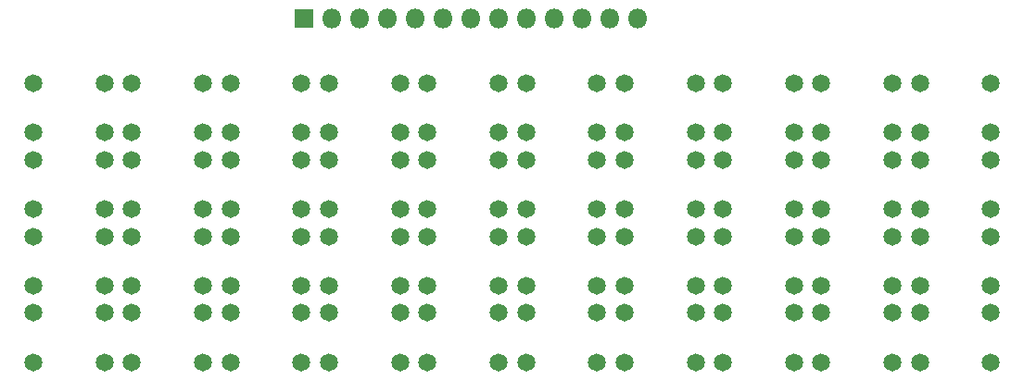
<source format=gbr>
%TF.GenerationSoftware,KiCad,Pcbnew,(5.1.6)-1*%
%TF.CreationDate,2020-09-22T22:21:25+03:00*%
%TF.ProjectId,ZX Keyboard_buttons,5a58204b-6579-4626-9f61-72645f627574,rev?*%
%TF.SameCoordinates,Original*%
%TF.FileFunction,Soldermask,Bot*%
%TF.FilePolarity,Negative*%
%FSLAX46Y46*%
G04 Gerber Fmt 4.6, Leading zero omitted, Abs format (unit mm)*
G04 Created by KiCad (PCBNEW (5.1.6)-1) date 2020-09-22 22:21:25*
%MOMM*%
%LPD*%
G01*
G04 APERTURE LIST*
%ADD10C,1.640000*%
%ADD11O,1.800000X1.800000*%
%ADD12R,1.800000X1.800000*%
G04 APERTURE END LIST*
D10*
%TO.C,S4*%
X69500000Y-109500000D03*
X63000000Y-109500000D03*
X69500000Y-105000000D03*
X63000000Y-105000000D03*
%TD*%
%TO.C,S5*%
X78500000Y-109500000D03*
X72000000Y-109500000D03*
X78500000Y-105000000D03*
X72000000Y-105000000D03*
%TD*%
D11*
%TO.C,J1*%
X91186000Y-99060000D03*
X88646000Y-99060000D03*
X86106000Y-99060000D03*
X83566000Y-99060000D03*
X81026000Y-99060000D03*
X78486000Y-99060000D03*
X75946000Y-99060000D03*
X73406000Y-99060000D03*
X70866000Y-99060000D03*
X68326000Y-99060000D03*
X65786000Y-99060000D03*
X63246000Y-99060000D03*
D12*
X60706000Y-99060000D03*
%TD*%
D10*
%TO.C,S40*%
X123500000Y-130500000D03*
X117000000Y-130500000D03*
X123500000Y-126000000D03*
X117000000Y-126000000D03*
%TD*%
%TO.C,S39*%
X114500000Y-130500000D03*
X108000000Y-130500000D03*
X114500000Y-126000000D03*
X108000000Y-126000000D03*
%TD*%
%TO.C,S38*%
X105500000Y-130500000D03*
X99000000Y-130500000D03*
X105500000Y-126000000D03*
X99000000Y-126000000D03*
%TD*%
%TO.C,S37*%
X96500000Y-130500000D03*
X90000000Y-130500000D03*
X96500000Y-126000000D03*
X90000000Y-126000000D03*
%TD*%
%TO.C,S36*%
X87500000Y-130500000D03*
X81000000Y-130500000D03*
X87500000Y-126000000D03*
X81000000Y-126000000D03*
%TD*%
%TO.C,S35*%
X78500000Y-130500000D03*
X72000000Y-130500000D03*
X78500000Y-126000000D03*
X72000000Y-126000000D03*
%TD*%
%TO.C,S34*%
X69500000Y-130500000D03*
X63000000Y-130500000D03*
X69500000Y-126000000D03*
X63000000Y-126000000D03*
%TD*%
%TO.C,S33*%
X60500000Y-130500000D03*
X54000000Y-130500000D03*
X60500000Y-126000000D03*
X54000000Y-126000000D03*
%TD*%
%TO.C,S32*%
X51500000Y-130500000D03*
X45000000Y-130500000D03*
X51500000Y-126000000D03*
X45000000Y-126000000D03*
%TD*%
%TO.C,S31*%
X42500000Y-130500000D03*
X36000000Y-130500000D03*
X42500000Y-126000000D03*
X36000000Y-126000000D03*
%TD*%
%TO.C,S30*%
X123500000Y-123500000D03*
X117000000Y-123500000D03*
X123500000Y-119000000D03*
X117000000Y-119000000D03*
%TD*%
%TO.C,S29*%
X114500000Y-123500000D03*
X108000000Y-123500000D03*
X114500000Y-119000000D03*
X108000000Y-119000000D03*
%TD*%
%TO.C,S28*%
X105500000Y-123500000D03*
X99000000Y-123500000D03*
X105500000Y-119000000D03*
X99000000Y-119000000D03*
%TD*%
%TO.C,S27*%
X96500000Y-123500000D03*
X90000000Y-123500000D03*
X96500000Y-119000000D03*
X90000000Y-119000000D03*
%TD*%
%TO.C,S26*%
X87500000Y-123500000D03*
X81000000Y-123500000D03*
X87500000Y-119000000D03*
X81000000Y-119000000D03*
%TD*%
%TO.C,S25*%
X78500000Y-123500000D03*
X72000000Y-123500000D03*
X78500000Y-119000000D03*
X72000000Y-119000000D03*
%TD*%
%TO.C,S24*%
X69500000Y-123500000D03*
X63000000Y-123500000D03*
X69500000Y-119000000D03*
X63000000Y-119000000D03*
%TD*%
%TO.C,S23*%
X60500000Y-123500000D03*
X54000000Y-123500000D03*
X60500000Y-119000000D03*
X54000000Y-119000000D03*
%TD*%
%TO.C,S22*%
X51500000Y-123500000D03*
X45000000Y-123500000D03*
X51500000Y-119000000D03*
X45000000Y-119000000D03*
%TD*%
%TO.C,S21*%
X42500000Y-123500000D03*
X36000000Y-123500000D03*
X42500000Y-119000000D03*
X36000000Y-119000000D03*
%TD*%
%TO.C,S20*%
X123500000Y-116500000D03*
X117000000Y-116500000D03*
X123500000Y-112000000D03*
X117000000Y-112000000D03*
%TD*%
%TO.C,S19*%
X114500000Y-116500000D03*
X108000000Y-116500000D03*
X114500000Y-112000000D03*
X108000000Y-112000000D03*
%TD*%
%TO.C,S18*%
X105500000Y-116500000D03*
X99000000Y-116500000D03*
X105500000Y-112000000D03*
X99000000Y-112000000D03*
%TD*%
%TO.C,S17*%
X96500000Y-116500000D03*
X90000000Y-116500000D03*
X96500000Y-112000000D03*
X90000000Y-112000000D03*
%TD*%
%TO.C,S16*%
X87500000Y-116500000D03*
X81000000Y-116500000D03*
X87500000Y-112000000D03*
X81000000Y-112000000D03*
%TD*%
%TO.C,S15*%
X78500000Y-116500000D03*
X72000000Y-116500000D03*
X78500000Y-112000000D03*
X72000000Y-112000000D03*
%TD*%
%TO.C,S14*%
X69500000Y-116500000D03*
X63000000Y-116500000D03*
X69500000Y-112000000D03*
X63000000Y-112000000D03*
%TD*%
%TO.C,S13*%
X60500000Y-116500000D03*
X54000000Y-116500000D03*
X60500000Y-112000000D03*
X54000000Y-112000000D03*
%TD*%
%TO.C,S12*%
X51500000Y-116500000D03*
X45000000Y-116500000D03*
X51500000Y-112000000D03*
X45000000Y-112000000D03*
%TD*%
%TO.C,S11*%
X42500000Y-116500000D03*
X36000000Y-116500000D03*
X42500000Y-112000000D03*
X36000000Y-112000000D03*
%TD*%
%TO.C,S10*%
X123500000Y-109500000D03*
X117000000Y-109500000D03*
X123500000Y-105000000D03*
X117000000Y-105000000D03*
%TD*%
%TO.C,S9*%
X114500000Y-109500000D03*
X108000000Y-109500000D03*
X114500000Y-105000000D03*
X108000000Y-105000000D03*
%TD*%
%TO.C,S8*%
X105500000Y-109500000D03*
X99000000Y-109500000D03*
X105500000Y-105000000D03*
X99000000Y-105000000D03*
%TD*%
%TO.C,S7*%
X96500000Y-109500000D03*
X90000000Y-109500000D03*
X96500000Y-105000000D03*
X90000000Y-105000000D03*
%TD*%
%TO.C,S6*%
X87500000Y-109500000D03*
X81000000Y-109500000D03*
X87500000Y-105000000D03*
X81000000Y-105000000D03*
%TD*%
%TO.C,S3*%
X60500000Y-109500000D03*
X54000000Y-109500000D03*
X60500000Y-105000000D03*
X54000000Y-105000000D03*
%TD*%
%TO.C,S2*%
X51500000Y-109500000D03*
X45000000Y-109500000D03*
X51500000Y-105000000D03*
X45000000Y-105000000D03*
%TD*%
%TO.C,S1*%
X42500000Y-109500000D03*
X36000000Y-109500000D03*
X42500000Y-105000000D03*
X36000000Y-105000000D03*
%TD*%
M02*

</source>
